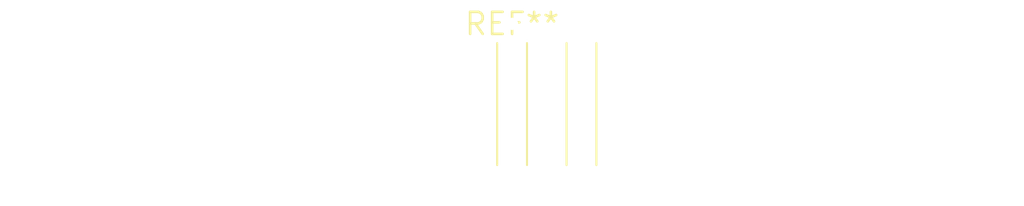
<source format=kicad_pcb>
(kicad_pcb (version 20240108) (generator pcbnew)
  (layers (0 "F.Cu" signal) (31 "B.Cu" signal) (34 "B.Paste" user) (35 "F.Paste" user) (36 "B.SilkS" user "B.Silkscreen") (37 "F.SilkS" user "F.Silkscreen") (38 "B.Mask" user) (39 "F.Mask" user) (44 "Edge.Cuts" user))
  (net 0 "")
  (footprint "SolderWire-0.15sqmm_1x02_P4mm_D0.5mm_OD1.5mm_Relief" (layer "F.Cu") (at 0 0)
    (property "Reference" "REF**")
    (property "Value" "SolderWire-0.15sqmm_1x02_P4mm_D0.5mm_OD1.5mm_Relief")
    (fp_line (start -0.86 1.11) (end -0.86 8.14) (layer "F.SilkS") (stroke (width 0.12)))
    (fp_line (start 0.86 1.11) (end 0.86 8.14) (layer "F.SilkS") (stroke (width 0.12)))
    (fp_line (start 3.14 1.11) (end 3.14 8.14) (layer "F.SilkS") (stroke (width 0.12)))
    (fp_line (start 4.86 1.11) (end 4.86 8.14) (layer "F.SilkS") (stroke (width 0.12)))
    (pad "" np_thru_hole circle (at 0 9) (size 2 2) (drill 2) (layers *.Cu *.Mask))
    (pad "" np_thru_hole circle (at 4 9) (size 2 2) (drill 2) (layers *.Cu *.Mask))
    (pad "1" thru_hole roundrect (at 0 0) (size 1.7 1.7) (drill 0.7) (layers *.Cu *.Mask) (remove_unused_layers) (roundrect_rratio 0.147059))
    (pad "2" thru_hole circle (at 4 0) (size 1.7 1.7) (drill 0.7) (layers *.Cu *.Mask) (remove_unused_layers))
  )
)
</source>
